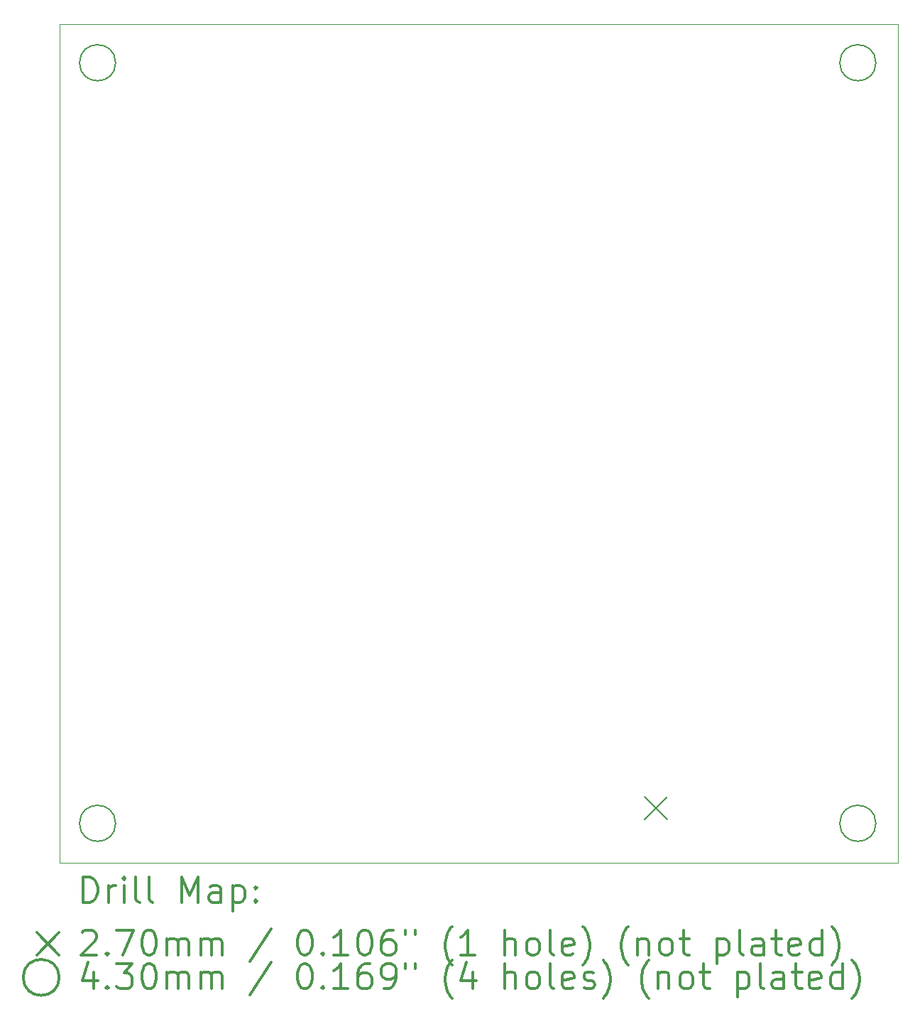
<source format=gbr>
%FSLAX45Y45*%
G04 Gerber Fmt 4.5, Leading zero omitted, Abs format (unit mm)*
G04 Created by KiCad (PCBNEW 5.1.9+dfsg1-1) date 2021-12-02 00:27:43*
%MOMM*%
%LPD*%
G01*
G04 APERTURE LIST*
%TA.AperFunction,Profile*%
%ADD10C,0.050000*%
%TD*%
%ADD11C,0.200000*%
%ADD12C,0.300000*%
G04 APERTURE END LIST*
D10*
X8041400Y-4050800D02*
X8041400Y-14050800D01*
X18041400Y-4050800D02*
X8041400Y-4050800D01*
X18041400Y-14050800D02*
X18041400Y-4050800D01*
X8041400Y-14050800D02*
X18041400Y-14050800D01*
D11*
X15023500Y-13263500D02*
X15293500Y-13533500D01*
X15293500Y-13263500D02*
X15023500Y-13533500D01*
X8711300Y-4508500D02*
G75*
G03*
X8711300Y-4508500I-215000J0D01*
G01*
X8711300Y-13576300D02*
G75*
G03*
X8711300Y-13576300I-215000J0D01*
G01*
X17779100Y-4508500D02*
G75*
G03*
X17779100Y-4508500I-215000J0D01*
G01*
X17779100Y-13576300D02*
G75*
G03*
X17779100Y-13576300I-215000J0D01*
G01*
D12*
X8325328Y-14519014D02*
X8325328Y-14219014D01*
X8396757Y-14219014D01*
X8439614Y-14233300D01*
X8468186Y-14261871D01*
X8482471Y-14290443D01*
X8496757Y-14347586D01*
X8496757Y-14390443D01*
X8482471Y-14447586D01*
X8468186Y-14476157D01*
X8439614Y-14504729D01*
X8396757Y-14519014D01*
X8325328Y-14519014D01*
X8625328Y-14519014D02*
X8625328Y-14319014D01*
X8625328Y-14376157D02*
X8639614Y-14347586D01*
X8653900Y-14333300D01*
X8682471Y-14319014D01*
X8711043Y-14319014D01*
X8811043Y-14519014D02*
X8811043Y-14319014D01*
X8811043Y-14219014D02*
X8796757Y-14233300D01*
X8811043Y-14247586D01*
X8825328Y-14233300D01*
X8811043Y-14219014D01*
X8811043Y-14247586D01*
X8996757Y-14519014D02*
X8968186Y-14504729D01*
X8953900Y-14476157D01*
X8953900Y-14219014D01*
X9153900Y-14519014D02*
X9125328Y-14504729D01*
X9111043Y-14476157D01*
X9111043Y-14219014D01*
X9496757Y-14519014D02*
X9496757Y-14219014D01*
X9596757Y-14433300D01*
X9696757Y-14219014D01*
X9696757Y-14519014D01*
X9968186Y-14519014D02*
X9968186Y-14361871D01*
X9953900Y-14333300D01*
X9925328Y-14319014D01*
X9868186Y-14319014D01*
X9839614Y-14333300D01*
X9968186Y-14504729D02*
X9939614Y-14519014D01*
X9868186Y-14519014D01*
X9839614Y-14504729D01*
X9825328Y-14476157D01*
X9825328Y-14447586D01*
X9839614Y-14419014D01*
X9868186Y-14404729D01*
X9939614Y-14404729D01*
X9968186Y-14390443D01*
X10111043Y-14319014D02*
X10111043Y-14619014D01*
X10111043Y-14333300D02*
X10139614Y-14319014D01*
X10196757Y-14319014D01*
X10225328Y-14333300D01*
X10239614Y-14347586D01*
X10253900Y-14376157D01*
X10253900Y-14461871D01*
X10239614Y-14490443D01*
X10225328Y-14504729D01*
X10196757Y-14519014D01*
X10139614Y-14519014D01*
X10111043Y-14504729D01*
X10382471Y-14490443D02*
X10396757Y-14504729D01*
X10382471Y-14519014D01*
X10368186Y-14504729D01*
X10382471Y-14490443D01*
X10382471Y-14519014D01*
X10382471Y-14333300D02*
X10396757Y-14347586D01*
X10382471Y-14361871D01*
X10368186Y-14347586D01*
X10382471Y-14333300D01*
X10382471Y-14361871D01*
X7768900Y-14878300D02*
X8038900Y-15148300D01*
X8038900Y-14878300D02*
X7768900Y-15148300D01*
X8311043Y-14877586D02*
X8325328Y-14863300D01*
X8353900Y-14849014D01*
X8425328Y-14849014D01*
X8453900Y-14863300D01*
X8468186Y-14877586D01*
X8482471Y-14906157D01*
X8482471Y-14934729D01*
X8468186Y-14977586D01*
X8296757Y-15149014D01*
X8482471Y-15149014D01*
X8611043Y-15120443D02*
X8625328Y-15134729D01*
X8611043Y-15149014D01*
X8596757Y-15134729D01*
X8611043Y-15120443D01*
X8611043Y-15149014D01*
X8725328Y-14849014D02*
X8925328Y-14849014D01*
X8796757Y-15149014D01*
X9096757Y-14849014D02*
X9125328Y-14849014D01*
X9153900Y-14863300D01*
X9168186Y-14877586D01*
X9182471Y-14906157D01*
X9196757Y-14963300D01*
X9196757Y-15034729D01*
X9182471Y-15091871D01*
X9168186Y-15120443D01*
X9153900Y-15134729D01*
X9125328Y-15149014D01*
X9096757Y-15149014D01*
X9068186Y-15134729D01*
X9053900Y-15120443D01*
X9039614Y-15091871D01*
X9025328Y-15034729D01*
X9025328Y-14963300D01*
X9039614Y-14906157D01*
X9053900Y-14877586D01*
X9068186Y-14863300D01*
X9096757Y-14849014D01*
X9325328Y-15149014D02*
X9325328Y-14949014D01*
X9325328Y-14977586D02*
X9339614Y-14963300D01*
X9368186Y-14949014D01*
X9411043Y-14949014D01*
X9439614Y-14963300D01*
X9453900Y-14991871D01*
X9453900Y-15149014D01*
X9453900Y-14991871D02*
X9468186Y-14963300D01*
X9496757Y-14949014D01*
X9539614Y-14949014D01*
X9568186Y-14963300D01*
X9582471Y-14991871D01*
X9582471Y-15149014D01*
X9725328Y-15149014D02*
X9725328Y-14949014D01*
X9725328Y-14977586D02*
X9739614Y-14963300D01*
X9768186Y-14949014D01*
X9811043Y-14949014D01*
X9839614Y-14963300D01*
X9853900Y-14991871D01*
X9853900Y-15149014D01*
X9853900Y-14991871D02*
X9868186Y-14963300D01*
X9896757Y-14949014D01*
X9939614Y-14949014D01*
X9968186Y-14963300D01*
X9982471Y-14991871D01*
X9982471Y-15149014D01*
X10568186Y-14834729D02*
X10311043Y-15220443D01*
X10953900Y-14849014D02*
X10982471Y-14849014D01*
X11011043Y-14863300D01*
X11025328Y-14877586D01*
X11039614Y-14906157D01*
X11053900Y-14963300D01*
X11053900Y-15034729D01*
X11039614Y-15091871D01*
X11025328Y-15120443D01*
X11011043Y-15134729D01*
X10982471Y-15149014D01*
X10953900Y-15149014D01*
X10925328Y-15134729D01*
X10911043Y-15120443D01*
X10896757Y-15091871D01*
X10882471Y-15034729D01*
X10882471Y-14963300D01*
X10896757Y-14906157D01*
X10911043Y-14877586D01*
X10925328Y-14863300D01*
X10953900Y-14849014D01*
X11182471Y-15120443D02*
X11196757Y-15134729D01*
X11182471Y-15149014D01*
X11168186Y-15134729D01*
X11182471Y-15120443D01*
X11182471Y-15149014D01*
X11482471Y-15149014D02*
X11311043Y-15149014D01*
X11396757Y-15149014D02*
X11396757Y-14849014D01*
X11368186Y-14891871D01*
X11339614Y-14920443D01*
X11311043Y-14934729D01*
X11668186Y-14849014D02*
X11696757Y-14849014D01*
X11725328Y-14863300D01*
X11739614Y-14877586D01*
X11753900Y-14906157D01*
X11768186Y-14963300D01*
X11768186Y-15034729D01*
X11753900Y-15091871D01*
X11739614Y-15120443D01*
X11725328Y-15134729D01*
X11696757Y-15149014D01*
X11668186Y-15149014D01*
X11639614Y-15134729D01*
X11625328Y-15120443D01*
X11611043Y-15091871D01*
X11596757Y-15034729D01*
X11596757Y-14963300D01*
X11611043Y-14906157D01*
X11625328Y-14877586D01*
X11639614Y-14863300D01*
X11668186Y-14849014D01*
X12025328Y-14849014D02*
X11968186Y-14849014D01*
X11939614Y-14863300D01*
X11925328Y-14877586D01*
X11896757Y-14920443D01*
X11882471Y-14977586D01*
X11882471Y-15091871D01*
X11896757Y-15120443D01*
X11911043Y-15134729D01*
X11939614Y-15149014D01*
X11996757Y-15149014D01*
X12025328Y-15134729D01*
X12039614Y-15120443D01*
X12053900Y-15091871D01*
X12053900Y-15020443D01*
X12039614Y-14991871D01*
X12025328Y-14977586D01*
X11996757Y-14963300D01*
X11939614Y-14963300D01*
X11911043Y-14977586D01*
X11896757Y-14991871D01*
X11882471Y-15020443D01*
X12168186Y-14849014D02*
X12168186Y-14906157D01*
X12282471Y-14849014D02*
X12282471Y-14906157D01*
X12725328Y-15263300D02*
X12711043Y-15249014D01*
X12682471Y-15206157D01*
X12668186Y-15177586D01*
X12653900Y-15134729D01*
X12639614Y-15063300D01*
X12639614Y-15006157D01*
X12653900Y-14934729D01*
X12668186Y-14891871D01*
X12682471Y-14863300D01*
X12711043Y-14820443D01*
X12725328Y-14806157D01*
X12996757Y-15149014D02*
X12825328Y-15149014D01*
X12911043Y-15149014D02*
X12911043Y-14849014D01*
X12882471Y-14891871D01*
X12853900Y-14920443D01*
X12825328Y-14934729D01*
X13353900Y-15149014D02*
X13353900Y-14849014D01*
X13482471Y-15149014D02*
X13482471Y-14991871D01*
X13468186Y-14963300D01*
X13439614Y-14949014D01*
X13396757Y-14949014D01*
X13368186Y-14963300D01*
X13353900Y-14977586D01*
X13668186Y-15149014D02*
X13639614Y-15134729D01*
X13625328Y-15120443D01*
X13611043Y-15091871D01*
X13611043Y-15006157D01*
X13625328Y-14977586D01*
X13639614Y-14963300D01*
X13668186Y-14949014D01*
X13711043Y-14949014D01*
X13739614Y-14963300D01*
X13753900Y-14977586D01*
X13768186Y-15006157D01*
X13768186Y-15091871D01*
X13753900Y-15120443D01*
X13739614Y-15134729D01*
X13711043Y-15149014D01*
X13668186Y-15149014D01*
X13939614Y-15149014D02*
X13911043Y-15134729D01*
X13896757Y-15106157D01*
X13896757Y-14849014D01*
X14168186Y-15134729D02*
X14139614Y-15149014D01*
X14082471Y-15149014D01*
X14053900Y-15134729D01*
X14039614Y-15106157D01*
X14039614Y-14991871D01*
X14053900Y-14963300D01*
X14082471Y-14949014D01*
X14139614Y-14949014D01*
X14168186Y-14963300D01*
X14182471Y-14991871D01*
X14182471Y-15020443D01*
X14039614Y-15049014D01*
X14282471Y-15263300D02*
X14296757Y-15249014D01*
X14325328Y-15206157D01*
X14339614Y-15177586D01*
X14353900Y-15134729D01*
X14368186Y-15063300D01*
X14368186Y-15006157D01*
X14353900Y-14934729D01*
X14339614Y-14891871D01*
X14325328Y-14863300D01*
X14296757Y-14820443D01*
X14282471Y-14806157D01*
X14825328Y-15263300D02*
X14811043Y-15249014D01*
X14782471Y-15206157D01*
X14768186Y-15177586D01*
X14753900Y-15134729D01*
X14739614Y-15063300D01*
X14739614Y-15006157D01*
X14753900Y-14934729D01*
X14768186Y-14891871D01*
X14782471Y-14863300D01*
X14811043Y-14820443D01*
X14825328Y-14806157D01*
X14939614Y-14949014D02*
X14939614Y-15149014D01*
X14939614Y-14977586D02*
X14953900Y-14963300D01*
X14982471Y-14949014D01*
X15025328Y-14949014D01*
X15053900Y-14963300D01*
X15068186Y-14991871D01*
X15068186Y-15149014D01*
X15253900Y-15149014D02*
X15225328Y-15134729D01*
X15211043Y-15120443D01*
X15196757Y-15091871D01*
X15196757Y-15006157D01*
X15211043Y-14977586D01*
X15225328Y-14963300D01*
X15253900Y-14949014D01*
X15296757Y-14949014D01*
X15325328Y-14963300D01*
X15339614Y-14977586D01*
X15353900Y-15006157D01*
X15353900Y-15091871D01*
X15339614Y-15120443D01*
X15325328Y-15134729D01*
X15296757Y-15149014D01*
X15253900Y-15149014D01*
X15439614Y-14949014D02*
X15553900Y-14949014D01*
X15482471Y-14849014D02*
X15482471Y-15106157D01*
X15496757Y-15134729D01*
X15525328Y-15149014D01*
X15553900Y-15149014D01*
X15882471Y-14949014D02*
X15882471Y-15249014D01*
X15882471Y-14963300D02*
X15911043Y-14949014D01*
X15968186Y-14949014D01*
X15996757Y-14963300D01*
X16011043Y-14977586D01*
X16025328Y-15006157D01*
X16025328Y-15091871D01*
X16011043Y-15120443D01*
X15996757Y-15134729D01*
X15968186Y-15149014D01*
X15911043Y-15149014D01*
X15882471Y-15134729D01*
X16196757Y-15149014D02*
X16168186Y-15134729D01*
X16153900Y-15106157D01*
X16153900Y-14849014D01*
X16439614Y-15149014D02*
X16439614Y-14991871D01*
X16425328Y-14963300D01*
X16396757Y-14949014D01*
X16339614Y-14949014D01*
X16311043Y-14963300D01*
X16439614Y-15134729D02*
X16411043Y-15149014D01*
X16339614Y-15149014D01*
X16311043Y-15134729D01*
X16296757Y-15106157D01*
X16296757Y-15077586D01*
X16311043Y-15049014D01*
X16339614Y-15034729D01*
X16411043Y-15034729D01*
X16439614Y-15020443D01*
X16539614Y-14949014D02*
X16653900Y-14949014D01*
X16582471Y-14849014D02*
X16582471Y-15106157D01*
X16596757Y-15134729D01*
X16625328Y-15149014D01*
X16653900Y-15149014D01*
X16868186Y-15134729D02*
X16839614Y-15149014D01*
X16782471Y-15149014D01*
X16753900Y-15134729D01*
X16739614Y-15106157D01*
X16739614Y-14991871D01*
X16753900Y-14963300D01*
X16782471Y-14949014D01*
X16839614Y-14949014D01*
X16868186Y-14963300D01*
X16882471Y-14991871D01*
X16882471Y-15020443D01*
X16739614Y-15049014D01*
X17139614Y-15149014D02*
X17139614Y-14849014D01*
X17139614Y-15134729D02*
X17111043Y-15149014D01*
X17053900Y-15149014D01*
X17025328Y-15134729D01*
X17011043Y-15120443D01*
X16996757Y-15091871D01*
X16996757Y-15006157D01*
X17011043Y-14977586D01*
X17025328Y-14963300D01*
X17053900Y-14949014D01*
X17111043Y-14949014D01*
X17139614Y-14963300D01*
X17253900Y-15263300D02*
X17268186Y-15249014D01*
X17296757Y-15206157D01*
X17311043Y-15177586D01*
X17325328Y-15134729D01*
X17339614Y-15063300D01*
X17339614Y-15006157D01*
X17325328Y-14934729D01*
X17311043Y-14891871D01*
X17296757Y-14863300D01*
X17268186Y-14820443D01*
X17253900Y-14806157D01*
X8038900Y-15413300D02*
G75*
G03*
X8038900Y-15413300I-215000J0D01*
G01*
X8453900Y-15349014D02*
X8453900Y-15549014D01*
X8382471Y-15234729D02*
X8311043Y-15449014D01*
X8496757Y-15449014D01*
X8611043Y-15520443D02*
X8625328Y-15534729D01*
X8611043Y-15549014D01*
X8596757Y-15534729D01*
X8611043Y-15520443D01*
X8611043Y-15549014D01*
X8725328Y-15249014D02*
X8911043Y-15249014D01*
X8811043Y-15363300D01*
X8853900Y-15363300D01*
X8882471Y-15377586D01*
X8896757Y-15391871D01*
X8911043Y-15420443D01*
X8911043Y-15491871D01*
X8896757Y-15520443D01*
X8882471Y-15534729D01*
X8853900Y-15549014D01*
X8768186Y-15549014D01*
X8739614Y-15534729D01*
X8725328Y-15520443D01*
X9096757Y-15249014D02*
X9125328Y-15249014D01*
X9153900Y-15263300D01*
X9168186Y-15277586D01*
X9182471Y-15306157D01*
X9196757Y-15363300D01*
X9196757Y-15434729D01*
X9182471Y-15491871D01*
X9168186Y-15520443D01*
X9153900Y-15534729D01*
X9125328Y-15549014D01*
X9096757Y-15549014D01*
X9068186Y-15534729D01*
X9053900Y-15520443D01*
X9039614Y-15491871D01*
X9025328Y-15434729D01*
X9025328Y-15363300D01*
X9039614Y-15306157D01*
X9053900Y-15277586D01*
X9068186Y-15263300D01*
X9096757Y-15249014D01*
X9325328Y-15549014D02*
X9325328Y-15349014D01*
X9325328Y-15377586D02*
X9339614Y-15363300D01*
X9368186Y-15349014D01*
X9411043Y-15349014D01*
X9439614Y-15363300D01*
X9453900Y-15391871D01*
X9453900Y-15549014D01*
X9453900Y-15391871D02*
X9468186Y-15363300D01*
X9496757Y-15349014D01*
X9539614Y-15349014D01*
X9568186Y-15363300D01*
X9582471Y-15391871D01*
X9582471Y-15549014D01*
X9725328Y-15549014D02*
X9725328Y-15349014D01*
X9725328Y-15377586D02*
X9739614Y-15363300D01*
X9768186Y-15349014D01*
X9811043Y-15349014D01*
X9839614Y-15363300D01*
X9853900Y-15391871D01*
X9853900Y-15549014D01*
X9853900Y-15391871D02*
X9868186Y-15363300D01*
X9896757Y-15349014D01*
X9939614Y-15349014D01*
X9968186Y-15363300D01*
X9982471Y-15391871D01*
X9982471Y-15549014D01*
X10568186Y-15234729D02*
X10311043Y-15620443D01*
X10953900Y-15249014D02*
X10982471Y-15249014D01*
X11011043Y-15263300D01*
X11025328Y-15277586D01*
X11039614Y-15306157D01*
X11053900Y-15363300D01*
X11053900Y-15434729D01*
X11039614Y-15491871D01*
X11025328Y-15520443D01*
X11011043Y-15534729D01*
X10982471Y-15549014D01*
X10953900Y-15549014D01*
X10925328Y-15534729D01*
X10911043Y-15520443D01*
X10896757Y-15491871D01*
X10882471Y-15434729D01*
X10882471Y-15363300D01*
X10896757Y-15306157D01*
X10911043Y-15277586D01*
X10925328Y-15263300D01*
X10953900Y-15249014D01*
X11182471Y-15520443D02*
X11196757Y-15534729D01*
X11182471Y-15549014D01*
X11168186Y-15534729D01*
X11182471Y-15520443D01*
X11182471Y-15549014D01*
X11482471Y-15549014D02*
X11311043Y-15549014D01*
X11396757Y-15549014D02*
X11396757Y-15249014D01*
X11368186Y-15291871D01*
X11339614Y-15320443D01*
X11311043Y-15334729D01*
X11739614Y-15249014D02*
X11682471Y-15249014D01*
X11653900Y-15263300D01*
X11639614Y-15277586D01*
X11611043Y-15320443D01*
X11596757Y-15377586D01*
X11596757Y-15491871D01*
X11611043Y-15520443D01*
X11625328Y-15534729D01*
X11653900Y-15549014D01*
X11711043Y-15549014D01*
X11739614Y-15534729D01*
X11753900Y-15520443D01*
X11768186Y-15491871D01*
X11768186Y-15420443D01*
X11753900Y-15391871D01*
X11739614Y-15377586D01*
X11711043Y-15363300D01*
X11653900Y-15363300D01*
X11625328Y-15377586D01*
X11611043Y-15391871D01*
X11596757Y-15420443D01*
X11911043Y-15549014D02*
X11968186Y-15549014D01*
X11996757Y-15534729D01*
X12011043Y-15520443D01*
X12039614Y-15477586D01*
X12053900Y-15420443D01*
X12053900Y-15306157D01*
X12039614Y-15277586D01*
X12025328Y-15263300D01*
X11996757Y-15249014D01*
X11939614Y-15249014D01*
X11911043Y-15263300D01*
X11896757Y-15277586D01*
X11882471Y-15306157D01*
X11882471Y-15377586D01*
X11896757Y-15406157D01*
X11911043Y-15420443D01*
X11939614Y-15434729D01*
X11996757Y-15434729D01*
X12025328Y-15420443D01*
X12039614Y-15406157D01*
X12053900Y-15377586D01*
X12168186Y-15249014D02*
X12168186Y-15306157D01*
X12282471Y-15249014D02*
X12282471Y-15306157D01*
X12725328Y-15663300D02*
X12711043Y-15649014D01*
X12682471Y-15606157D01*
X12668186Y-15577586D01*
X12653900Y-15534729D01*
X12639614Y-15463300D01*
X12639614Y-15406157D01*
X12653900Y-15334729D01*
X12668186Y-15291871D01*
X12682471Y-15263300D01*
X12711043Y-15220443D01*
X12725328Y-15206157D01*
X12968186Y-15349014D02*
X12968186Y-15549014D01*
X12896757Y-15234729D02*
X12825328Y-15449014D01*
X13011043Y-15449014D01*
X13353900Y-15549014D02*
X13353900Y-15249014D01*
X13482471Y-15549014D02*
X13482471Y-15391871D01*
X13468186Y-15363300D01*
X13439614Y-15349014D01*
X13396757Y-15349014D01*
X13368186Y-15363300D01*
X13353900Y-15377586D01*
X13668186Y-15549014D02*
X13639614Y-15534729D01*
X13625328Y-15520443D01*
X13611043Y-15491871D01*
X13611043Y-15406157D01*
X13625328Y-15377586D01*
X13639614Y-15363300D01*
X13668186Y-15349014D01*
X13711043Y-15349014D01*
X13739614Y-15363300D01*
X13753900Y-15377586D01*
X13768186Y-15406157D01*
X13768186Y-15491871D01*
X13753900Y-15520443D01*
X13739614Y-15534729D01*
X13711043Y-15549014D01*
X13668186Y-15549014D01*
X13939614Y-15549014D02*
X13911043Y-15534729D01*
X13896757Y-15506157D01*
X13896757Y-15249014D01*
X14168186Y-15534729D02*
X14139614Y-15549014D01*
X14082471Y-15549014D01*
X14053900Y-15534729D01*
X14039614Y-15506157D01*
X14039614Y-15391871D01*
X14053900Y-15363300D01*
X14082471Y-15349014D01*
X14139614Y-15349014D01*
X14168186Y-15363300D01*
X14182471Y-15391871D01*
X14182471Y-15420443D01*
X14039614Y-15449014D01*
X14296757Y-15534729D02*
X14325328Y-15549014D01*
X14382471Y-15549014D01*
X14411043Y-15534729D01*
X14425328Y-15506157D01*
X14425328Y-15491871D01*
X14411043Y-15463300D01*
X14382471Y-15449014D01*
X14339614Y-15449014D01*
X14311043Y-15434729D01*
X14296757Y-15406157D01*
X14296757Y-15391871D01*
X14311043Y-15363300D01*
X14339614Y-15349014D01*
X14382471Y-15349014D01*
X14411043Y-15363300D01*
X14525328Y-15663300D02*
X14539614Y-15649014D01*
X14568186Y-15606157D01*
X14582471Y-15577586D01*
X14596757Y-15534729D01*
X14611043Y-15463300D01*
X14611043Y-15406157D01*
X14596757Y-15334729D01*
X14582471Y-15291871D01*
X14568186Y-15263300D01*
X14539614Y-15220443D01*
X14525328Y-15206157D01*
X15068186Y-15663300D02*
X15053900Y-15649014D01*
X15025328Y-15606157D01*
X15011043Y-15577586D01*
X14996757Y-15534729D01*
X14982471Y-15463300D01*
X14982471Y-15406157D01*
X14996757Y-15334729D01*
X15011043Y-15291871D01*
X15025328Y-15263300D01*
X15053900Y-15220443D01*
X15068186Y-15206157D01*
X15182471Y-15349014D02*
X15182471Y-15549014D01*
X15182471Y-15377586D02*
X15196757Y-15363300D01*
X15225328Y-15349014D01*
X15268186Y-15349014D01*
X15296757Y-15363300D01*
X15311043Y-15391871D01*
X15311043Y-15549014D01*
X15496757Y-15549014D02*
X15468186Y-15534729D01*
X15453900Y-15520443D01*
X15439614Y-15491871D01*
X15439614Y-15406157D01*
X15453900Y-15377586D01*
X15468186Y-15363300D01*
X15496757Y-15349014D01*
X15539614Y-15349014D01*
X15568186Y-15363300D01*
X15582471Y-15377586D01*
X15596757Y-15406157D01*
X15596757Y-15491871D01*
X15582471Y-15520443D01*
X15568186Y-15534729D01*
X15539614Y-15549014D01*
X15496757Y-15549014D01*
X15682471Y-15349014D02*
X15796757Y-15349014D01*
X15725328Y-15249014D02*
X15725328Y-15506157D01*
X15739614Y-15534729D01*
X15768186Y-15549014D01*
X15796757Y-15549014D01*
X16125328Y-15349014D02*
X16125328Y-15649014D01*
X16125328Y-15363300D02*
X16153900Y-15349014D01*
X16211043Y-15349014D01*
X16239614Y-15363300D01*
X16253900Y-15377586D01*
X16268186Y-15406157D01*
X16268186Y-15491871D01*
X16253900Y-15520443D01*
X16239614Y-15534729D01*
X16211043Y-15549014D01*
X16153900Y-15549014D01*
X16125328Y-15534729D01*
X16439614Y-15549014D02*
X16411043Y-15534729D01*
X16396757Y-15506157D01*
X16396757Y-15249014D01*
X16682471Y-15549014D02*
X16682471Y-15391871D01*
X16668186Y-15363300D01*
X16639614Y-15349014D01*
X16582471Y-15349014D01*
X16553900Y-15363300D01*
X16682471Y-15534729D02*
X16653900Y-15549014D01*
X16582471Y-15549014D01*
X16553900Y-15534729D01*
X16539614Y-15506157D01*
X16539614Y-15477586D01*
X16553900Y-15449014D01*
X16582471Y-15434729D01*
X16653900Y-15434729D01*
X16682471Y-15420443D01*
X16782471Y-15349014D02*
X16896757Y-15349014D01*
X16825328Y-15249014D02*
X16825328Y-15506157D01*
X16839614Y-15534729D01*
X16868186Y-15549014D01*
X16896757Y-15549014D01*
X17111043Y-15534729D02*
X17082471Y-15549014D01*
X17025328Y-15549014D01*
X16996757Y-15534729D01*
X16982471Y-15506157D01*
X16982471Y-15391871D01*
X16996757Y-15363300D01*
X17025328Y-15349014D01*
X17082471Y-15349014D01*
X17111043Y-15363300D01*
X17125328Y-15391871D01*
X17125328Y-15420443D01*
X16982471Y-15449014D01*
X17382471Y-15549014D02*
X17382471Y-15249014D01*
X17382471Y-15534729D02*
X17353900Y-15549014D01*
X17296757Y-15549014D01*
X17268186Y-15534729D01*
X17253900Y-15520443D01*
X17239614Y-15491871D01*
X17239614Y-15406157D01*
X17253900Y-15377586D01*
X17268186Y-15363300D01*
X17296757Y-15349014D01*
X17353900Y-15349014D01*
X17382471Y-15363300D01*
X17496757Y-15663300D02*
X17511043Y-15649014D01*
X17539614Y-15606157D01*
X17553900Y-15577586D01*
X17568186Y-15534729D01*
X17582471Y-15463300D01*
X17582471Y-15406157D01*
X17568186Y-15334729D01*
X17553900Y-15291871D01*
X17539614Y-15263300D01*
X17511043Y-15220443D01*
X17496757Y-15206157D01*
M02*

</source>
